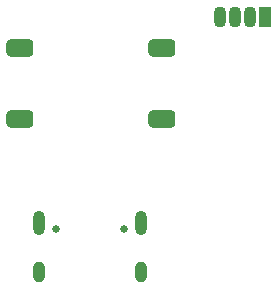
<source format=gbr>
%TF.GenerationSoftware,KiCad,Pcbnew,7.0.2*%
%TF.CreationDate,2023-11-25T23:14:47+00:00*%
%TF.ProjectId,simpleclick,73696d70-6c65-4636-9c69-636b2e6b6963,rev?*%
%TF.SameCoordinates,Original*%
%TF.FileFunction,Soldermask,Bot*%
%TF.FilePolarity,Negative*%
%FSLAX46Y46*%
G04 Gerber Fmt 4.6, Leading zero omitted, Abs format (unit mm)*
G04 Created by KiCad (PCBNEW 7.0.2) date 2023-11-25 23:14:47*
%MOMM*%
%LPD*%
G01*
G04 APERTURE LIST*
G04 Aperture macros list*
%AMRoundRect*
0 Rectangle with rounded corners*
0 $1 Rounding radius*
0 $2 $3 $4 $5 $6 $7 $8 $9 X,Y pos of 4 corners*
0 Add a 4 corners polygon primitive as box body*
4,1,4,$2,$3,$4,$5,$6,$7,$8,$9,$2,$3,0*
0 Add four circle primitives for the rounded corners*
1,1,$1+$1,$2,$3*
1,1,$1+$1,$4,$5*
1,1,$1+$1,$6,$7*
1,1,$1+$1,$8,$9*
0 Add four rect primitives between the rounded corners*
20,1,$1+$1,$2,$3,$4,$5,0*
20,1,$1+$1,$4,$5,$6,$7,0*
20,1,$1+$1,$6,$7,$8,$9,0*
20,1,$1+$1,$8,$9,$2,$3,0*%
G04 Aperture macros list end*
%ADD10C,0.650000*%
%ADD11O,1.000000X2.100000*%
%ADD12O,1.000000X1.800000*%
%ADD13R,1.070000X1.800000*%
%ADD14O,1.070000X1.800000*%
%ADD15RoundRect,0.381000X0.762000X0.381000X-0.762000X0.381000X-0.762000X-0.381000X0.762000X-0.381000X0*%
G04 APERTURE END LIST*
D10*
%TO.C,J1*%
X116744000Y-93153000D03*
X122524000Y-93153000D03*
D11*
X115314000Y-92633000D03*
D12*
X115314000Y-96833000D03*
D11*
X123954000Y-92633000D03*
D12*
X123954000Y-96833000D03*
%TD*%
D13*
%TO.C,D1*%
X134500000Y-75200000D03*
D14*
X133230000Y-75200000D03*
X131960000Y-75200000D03*
X130690000Y-75200000D03*
%TD*%
D15*
%TO.C,SW1*%
X125730000Y-77820000D03*
X113730000Y-77820000D03*
X125730000Y-83820000D03*
X113730000Y-83820000D03*
%TD*%
M02*

</source>
